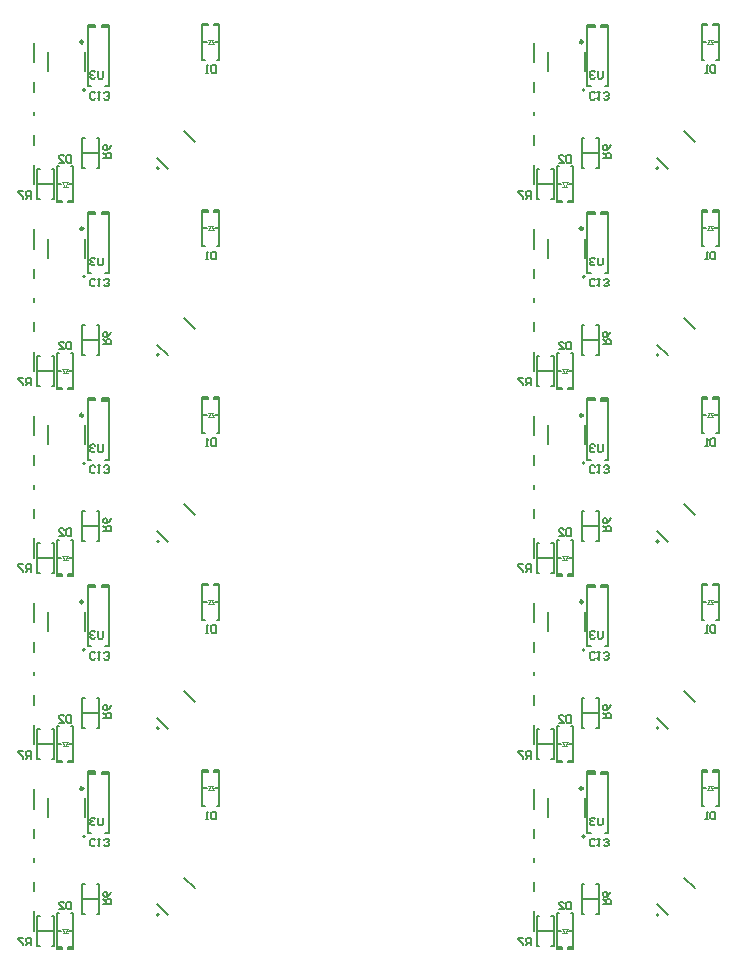
<source format=gbo>
G04*
G04 #@! TF.GenerationSoftware,Altium Limited,Altium Designer,22.10.1 (41)*
G04*
G04 Layer_Color=32896*
%FSTAX24Y24*%
%MOIN*%
G70*
G04*
G04 #@! TF.SameCoordinates,45835C21-10AE-4195-8F6B-2C948669ADBA*
G04*
G04*
G04 #@! TF.FilePolarity,Positive*
G04*
G01*
G75*
%ADD52C,0.0079*%
%ADD53C,0.0098*%
%ADD54C,0.0059*%
%ADD55C,0.0050*%
%ADD56C,0.0060*%
%ADD88C,0.0039*%
%ADD89R,0.0236X0.0059*%
%ADD90R,0.0236X0.0059*%
%ADD91R,0.0236X0.0059*%
%ADD92R,0.0236X0.0059*%
D52*
X021136Y017269D02*
G03*
X021136Y017269I-000039J0D01*
G01*
X0236Y014659D02*
G03*
X0236Y014659I-000039J0D01*
G01*
X021927Y017387D02*
Y019434D01*
X021691D02*
X021927D01*
X021809Y017387D02*
X021927D01*
X021691Y019356D02*
Y019434D01*
Y019356D02*
X021927D01*
X021229Y017394D02*
Y019441D01*
X021465D01*
X021229Y017394D02*
X021347Y017394D01*
X021465Y019362D02*
Y019441D01*
X021229Y019362D02*
X021465D01*
X03779Y017269D02*
G03*
X03779Y017269I-000039J0D01*
G01*
X040253Y014659D02*
G03*
X040253Y014659I-000039J0D01*
G01*
X038581Y017387D02*
Y019434D01*
X038345D02*
X038581D01*
X038463Y017387D02*
X038581D01*
X038345Y019356D02*
Y019434D01*
Y019356D02*
X038581D01*
X037883Y017394D02*
Y019441D01*
X038119D01*
X037883Y017394D02*
X038001Y017394D01*
X038119Y019362D02*
Y019441D01*
X037883Y019362D02*
X038119D01*
X021136Y023489D02*
G03*
X021136Y023489I-000039J0D01*
G01*
X0236Y020879D02*
G03*
X0236Y020879I-000039J0D01*
G01*
X021927Y023608D02*
Y025655D01*
X021691D02*
X021927D01*
X021809Y023608D02*
X021927D01*
X021691Y025576D02*
Y025655D01*
Y025576D02*
X021927D01*
X021229Y023614D02*
Y025661D01*
X021465D01*
X021229Y023614D02*
X021347Y023614D01*
X021465Y025583D02*
Y025661D01*
X021229Y025583D02*
X021465D01*
X03779Y023489D02*
G03*
X03779Y023489I-000039J0D01*
G01*
X040253Y020879D02*
G03*
X040253Y020879I-000039J0D01*
G01*
X038581Y023608D02*
Y025655D01*
X038345D02*
X038581D01*
X038463Y023608D02*
X038581D01*
X038345Y025576D02*
Y025655D01*
Y025576D02*
X038581D01*
X037883Y023614D02*
Y025661D01*
X038119D01*
X037883Y023614D02*
X038001Y023614D01*
X038119Y025583D02*
Y025661D01*
X037883Y025583D02*
X038119D01*
X021136Y02971D02*
G03*
X021136Y02971I-000039J0D01*
G01*
X0236Y0271D02*
G03*
X0236Y0271I-000039J0D01*
G01*
X021927Y029828D02*
Y031875D01*
X021691D02*
X021927D01*
X021809Y029828D02*
X021927D01*
X021691Y031797D02*
Y031875D01*
Y031797D02*
X021927D01*
X021229Y029835D02*
Y031882D01*
X021465D01*
X021229Y029835D02*
X021347Y029835D01*
X021465Y031803D02*
Y031882D01*
X021229Y031803D02*
X021465D01*
X03779Y02971D02*
G03*
X03779Y02971I-000039J0D01*
G01*
X040253Y0271D02*
G03*
X040253Y0271I-000039J0D01*
G01*
X038581Y029828D02*
Y031875D01*
X038345D02*
X038581D01*
X038463Y029828D02*
X038581D01*
X038345Y031797D02*
Y031875D01*
Y031797D02*
X038581D01*
X037883Y029835D02*
Y031882D01*
X038119D01*
X037883Y029835D02*
X038001Y029835D01*
X038119Y031803D02*
Y031882D01*
X037883Y031803D02*
X038119D01*
X021136Y03593D02*
G03*
X021136Y03593I-000039J0D01*
G01*
X0236Y03332D02*
G03*
X0236Y03332I-000039J0D01*
G01*
X021927Y036048D02*
Y038096D01*
X021691D02*
X021927D01*
X021809Y036048D02*
X021927D01*
X021691Y038017D02*
Y038096D01*
Y038017D02*
X021927D01*
X021229Y036055D02*
Y038102D01*
X021465D01*
X021229Y036055D02*
X021347Y036055D01*
X021465Y038024D02*
Y038102D01*
X021229Y038024D02*
X021465D01*
X03779Y03593D02*
G03*
X03779Y03593I-000039J0D01*
G01*
X040253Y03332D02*
G03*
X040253Y03332I-000039J0D01*
G01*
X038581Y036048D02*
Y038096D01*
X038345D02*
X038581D01*
X038463Y036048D02*
X038581D01*
X038345Y038017D02*
Y038096D01*
Y038017D02*
X038581D01*
X037883Y036055D02*
Y038102D01*
X038119D01*
X037883Y036055D02*
X038001Y036055D01*
X038119Y038024D02*
Y038102D01*
X037883Y038024D02*
X038119D01*
X021136Y04215D02*
G03*
X021136Y04215I-000039J0D01*
G01*
X0236Y039541D02*
G03*
X0236Y039541I-000039J0D01*
G01*
X021927Y042269D02*
Y044316D01*
X021691D02*
X021927D01*
X021809Y042269D02*
X021927D01*
X021691Y044237D02*
Y044316D01*
Y044237D02*
X021927D01*
X021229Y042276D02*
Y044323D01*
X021465D01*
X021229Y042276D02*
X021347Y042276D01*
X021465Y044244D02*
Y044323D01*
X021229Y044244D02*
X021465D01*
X03779Y04215D02*
G03*
X03779Y04215I-000039J0D01*
G01*
X040253Y039541D02*
G03*
X040253Y039541I-000039J0D01*
G01*
X038581Y042269D02*
Y044316D01*
X038345D02*
X038581D01*
X038463Y042269D02*
X038581D01*
X038345Y044237D02*
Y044316D01*
Y044237D02*
X038581D01*
X037883Y042276D02*
Y044323D01*
X038119D01*
X037883Y042276D02*
X038001Y042276D01*
X038119Y044244D02*
Y044323D01*
X037883Y044244D02*
X038119D01*
D53*
X021072Y018871D02*
G03*
X021072Y018871I-000049J0D01*
G01*
X037726D02*
G03*
X037726Y018871I-000049J0D01*
G01*
X021072Y025092D02*
G03*
X021072Y025092I-000049J0D01*
G01*
X037726D02*
G03*
X037726Y025092I-000049J0D01*
G01*
X021072Y031312D02*
G03*
X021072Y031312I-000049J0D01*
G01*
X037726D02*
G03*
X037726Y031312I-000049J0D01*
G01*
X021072Y037533D02*
G03*
X021072Y037533I-000049J0D01*
G01*
X037726D02*
G03*
X037726Y037533I-000049J0D01*
G01*
X021072Y043753D02*
G03*
X021072Y043753I-000049J0D01*
G01*
X037726D02*
G03*
X037726Y043753I-000049J0D01*
G01*
D54*
X025423Y019426D02*
Y019476D01*
X025598Y019476D01*
Y019426D02*
Y019476D01*
X025223Y019426D02*
Y019476D01*
X025047Y019476D02*
X025223Y019476D01*
X025047Y019426D02*
Y019476D01*
X025523Y018276D02*
X025598D01*
Y019467D01*
X025423Y019426D02*
X025598D01*
X025047D02*
X025223D01*
X025047Y018276D02*
Y019467D01*
Y018276D02*
X025123D01*
X025047Y018876D02*
X025185D01*
X025461D02*
X025598D01*
X021047Y015171D02*
X021598D01*
X021523Y014671D02*
X021598D01*
Y015671D01*
X021523D02*
X021598D01*
X021047D02*
X021123D01*
X021047Y014671D02*
Y015671D01*
Y014671D02*
X021123D01*
X020373Y013571D02*
X020373Y013521D01*
X020197Y013521D02*
X020373Y013521D01*
X020197Y013571D02*
X020197Y013521D01*
X020573Y013571D02*
X020573Y013521D01*
X020749Y013521D01*
X020749Y013571D02*
X020749Y013521D01*
X020197Y014721D02*
X020273Y014721D01*
X020197Y013531D02*
X020197Y014721D01*
X020197Y013571D02*
X020373Y013571D01*
X020573Y013571D02*
X020749Y013571D01*
Y013531D02*
Y014721D01*
X020673Y014721D02*
X020749Y014721D01*
X020611Y014121D02*
X020749Y014121D01*
X020197Y014121D02*
X020335D01*
X019547Y013621D02*
X019623D01*
X019547D02*
Y014621D01*
X019623D01*
X020023Y014621D02*
X020099Y014621D01*
Y013621D02*
Y014621D01*
X020023Y013621D02*
X020099Y013621D01*
X019547Y014121D02*
X020099Y014121D01*
X019448Y018198D02*
Y018848D01*
X019448Y017529D02*
X019448Y017214D01*
Y016426D02*
Y016545D01*
X019448Y015442D02*
X019448Y015757D01*
Y014123D02*
Y014773D01*
X042076Y019426D02*
Y019476D01*
X042252Y019476D01*
Y019426D02*
Y019476D01*
X041876Y019426D02*
Y019476D01*
X041701Y019476D02*
X041876Y019476D01*
X041701Y019426D02*
Y019476D01*
X042176Y018276D02*
X042252D01*
Y019467D01*
X042076Y019426D02*
X042252D01*
X041701D02*
X041876D01*
X041701Y018276D02*
Y019467D01*
Y018276D02*
X041776D01*
X041701Y018876D02*
X041839D01*
X042114D02*
X042252D01*
X037701Y015171D02*
X038252D01*
X038176Y014671D02*
X038252D01*
Y015671D01*
X038176D02*
X038252D01*
X037701D02*
X037776D01*
X037701Y014671D02*
Y015671D01*
Y014671D02*
X037776D01*
X037026Y013571D02*
X037026Y013521D01*
X036851Y013521D02*
X037026Y013521D01*
X036851Y013571D02*
X036851Y013521D01*
X037226Y013571D02*
X037226Y013521D01*
X037402Y013521D01*
X037402Y013571D02*
X037402Y013521D01*
X036851Y014721D02*
X036926Y014721D01*
X036851Y013531D02*
X036851Y014721D01*
X036851Y013571D02*
X037026Y013571D01*
X037226Y013571D02*
X037402Y013571D01*
Y013531D02*
Y014721D01*
X037326Y014721D02*
X037402Y014721D01*
X037264Y014121D02*
X037402Y014121D01*
X036851Y014121D02*
X036989D01*
X036201Y013621D02*
X036276D01*
X036201D02*
Y014621D01*
X036276D01*
X036676Y014621D02*
X036752Y014621D01*
Y013621D02*
Y014621D01*
X036676Y013621D02*
X036752Y013621D01*
X036201Y014121D02*
X036752Y014121D01*
X036101Y018198D02*
Y018848D01*
X036101Y017529D02*
X036101Y017214D01*
Y016426D02*
Y016545D01*
X036101Y015442D02*
X036101Y015757D01*
Y014123D02*
Y014773D01*
X025423Y025647D02*
Y025697D01*
X025598Y025697D01*
Y025647D02*
Y025697D01*
X025223Y025647D02*
Y025697D01*
X025047Y025697D02*
X025223Y025697D01*
X025047Y025647D02*
Y025697D01*
X025523Y024497D02*
X025598D01*
Y025687D01*
X025423Y025647D02*
X025598D01*
X025047D02*
X025223D01*
X025047Y024497D02*
Y025687D01*
Y024497D02*
X025123D01*
X025047Y025097D02*
X025185D01*
X025461D02*
X025598D01*
X021047Y021392D02*
X021598D01*
X021523Y020892D02*
X021598D01*
Y021892D01*
X021523D02*
X021598D01*
X021047D02*
X021123D01*
X021047Y020892D02*
Y021892D01*
Y020892D02*
X021123D01*
X020373Y019792D02*
X020373Y019742D01*
X020197Y019742D02*
X020373Y019742D01*
X020197Y019792D02*
X020197Y019742D01*
X020573Y019792D02*
X020573Y019742D01*
X020749Y019742D01*
X020749Y019792D02*
X020749Y019742D01*
X020197Y020942D02*
X020273Y020942D01*
X020197Y019751D02*
X020197Y020942D01*
X020197Y019792D02*
X020373Y019792D01*
X020573Y019792D02*
X020749Y019792D01*
Y019751D02*
Y020942D01*
X020673Y020942D02*
X020749Y020942D01*
X020611Y020342D02*
X020749Y020342D01*
X020197Y020342D02*
X020335D01*
X019547Y019842D02*
X019623D01*
X019547D02*
Y020842D01*
X019623D01*
X020023Y020842D02*
X020099Y020842D01*
Y019842D02*
Y020842D01*
X020023Y019842D02*
X020099Y019842D01*
X019547Y020342D02*
X020099Y020342D01*
X019448Y024419D02*
Y025068D01*
X019448Y023749D02*
X019448Y023434D01*
Y022647D02*
Y022765D01*
X019448Y021663D02*
X019448Y021978D01*
Y020344D02*
Y020993D01*
X042076Y025647D02*
Y025697D01*
X042252Y025697D01*
Y025647D02*
Y025697D01*
X041876Y025647D02*
Y025697D01*
X041701Y025697D02*
X041876Y025697D01*
X041701Y025647D02*
Y025697D01*
X042176Y024497D02*
X042252D01*
Y025687D01*
X042076Y025647D02*
X042252D01*
X041701D02*
X041876D01*
X041701Y024497D02*
Y025687D01*
Y024497D02*
X041776D01*
X041701Y025097D02*
X041839D01*
X042114D02*
X042252D01*
X037701Y021392D02*
X038252D01*
X038176Y020892D02*
X038252D01*
Y021892D01*
X038176D02*
X038252D01*
X037701D02*
X037776D01*
X037701Y020892D02*
Y021892D01*
Y020892D02*
X037776D01*
X037026Y019792D02*
X037026Y019742D01*
X036851Y019742D02*
X037026Y019742D01*
X036851Y019792D02*
X036851Y019742D01*
X037226Y019792D02*
X037226Y019742D01*
X037402Y019742D01*
X037402Y019792D02*
X037402Y019742D01*
X036851Y020942D02*
X036926Y020942D01*
X036851Y019751D02*
X036851Y020942D01*
X036851Y019792D02*
X037026Y019792D01*
X037226Y019792D02*
X037402Y019792D01*
Y019751D02*
Y020942D01*
X037326Y020942D02*
X037402Y020942D01*
X037264Y020342D02*
X037402Y020342D01*
X036851Y020342D02*
X036989D01*
X036201Y019842D02*
X036276D01*
X036201D02*
Y020842D01*
X036276D01*
X036676Y020842D02*
X036752Y020842D01*
Y019842D02*
Y020842D01*
X036676Y019842D02*
X036752Y019842D01*
X036201Y020342D02*
X036752Y020342D01*
X036101Y024419D02*
Y025068D01*
X036101Y023749D02*
X036101Y023434D01*
Y022647D02*
Y022765D01*
X036101Y021663D02*
X036101Y021978D01*
Y020344D02*
Y020993D01*
X025423Y031867D02*
Y031917D01*
X025598Y031917D01*
Y031867D02*
Y031917D01*
X025223Y031867D02*
Y031917D01*
X025047Y031917D02*
X025223Y031917D01*
X025047Y031867D02*
Y031917D01*
X025523Y030717D02*
X025598D01*
Y031908D01*
X025423Y031867D02*
X025598D01*
X025047D02*
X025223D01*
X025047Y030717D02*
Y031908D01*
Y030717D02*
X025123D01*
X025047Y031317D02*
X025185D01*
X025461D02*
X025598D01*
X021047Y027612D02*
X021598D01*
X021523Y027112D02*
X021598D01*
Y028112D01*
X021523D02*
X021598D01*
X021047D02*
X021123D01*
X021047Y027112D02*
Y028112D01*
Y027112D02*
X021123D01*
X020373Y026012D02*
X020373Y025962D01*
X020197Y025962D02*
X020373Y025962D01*
X020197Y026012D02*
X020197Y025962D01*
X020573Y026012D02*
X020573Y025962D01*
X020749Y025962D01*
X020749Y026012D02*
X020749Y025962D01*
X020197Y027162D02*
X020273Y027162D01*
X020197Y025972D02*
X020197Y027162D01*
X020197Y026012D02*
X020373Y026012D01*
X020573Y026012D02*
X020749Y026012D01*
Y025972D02*
Y027162D01*
X020673Y027162D02*
X020749Y027162D01*
X020611Y026562D02*
X020749Y026562D01*
X020197Y026562D02*
X020335D01*
X019547Y026062D02*
X019623D01*
X019547D02*
Y027062D01*
X019623D01*
X020023Y027062D02*
X020099Y027062D01*
Y026062D02*
Y027062D01*
X020023Y026062D02*
X020099Y026062D01*
X019547Y026562D02*
X020099Y026562D01*
X019448Y030639D02*
Y031289D01*
X019448Y02997D02*
X019448Y029655D01*
Y028867D02*
Y028985D01*
X019448Y027883D02*
X019448Y028198D01*
Y026564D02*
Y027214D01*
X042076Y031867D02*
Y031917D01*
X042252Y031917D01*
Y031867D02*
Y031917D01*
X041876Y031867D02*
Y031917D01*
X041701Y031917D02*
X041876Y031917D01*
X041701Y031867D02*
Y031917D01*
X042176Y030717D02*
X042252D01*
Y031908D01*
X042076Y031867D02*
X042252D01*
X041701D02*
X041876D01*
X041701Y030717D02*
Y031908D01*
Y030717D02*
X041776D01*
X041701Y031317D02*
X041839D01*
X042114D02*
X042252D01*
X037701Y027612D02*
X038252D01*
X038176Y027112D02*
X038252D01*
Y028112D01*
X038176D02*
X038252D01*
X037701D02*
X037776D01*
X037701Y027112D02*
Y028112D01*
Y027112D02*
X037776D01*
X037026Y026012D02*
X037026Y025962D01*
X036851Y025962D02*
X037026Y025962D01*
X036851Y026012D02*
X036851Y025962D01*
X037226Y026012D02*
X037226Y025962D01*
X037402Y025962D01*
X037402Y026012D02*
X037402Y025962D01*
X036851Y027162D02*
X036926Y027162D01*
X036851Y025972D02*
X036851Y027162D01*
X036851Y026012D02*
X037026Y026012D01*
X037226Y026012D02*
X037402Y026012D01*
Y025972D02*
Y027162D01*
X037326Y027162D02*
X037402Y027162D01*
X037264Y026562D02*
X037402Y026562D01*
X036851Y026562D02*
X036989D01*
X036201Y026062D02*
X036276D01*
X036201D02*
Y027062D01*
X036276D01*
X036676Y027062D02*
X036752Y027062D01*
Y026062D02*
Y027062D01*
X036676Y026062D02*
X036752Y026062D01*
X036201Y026562D02*
X036752Y026562D01*
X036101Y030639D02*
Y031289D01*
X036101Y02997D02*
X036101Y029655D01*
Y028867D02*
Y028985D01*
X036101Y027883D02*
X036101Y028198D01*
Y026564D02*
Y027214D01*
X025423Y038087D02*
Y038137D01*
X025598Y038137D01*
Y038087D02*
Y038137D01*
X025223Y038087D02*
Y038137D01*
X025047Y038137D02*
X025223Y038137D01*
X025047Y038087D02*
Y038137D01*
X025523Y036937D02*
X025598D01*
Y038128D01*
X025423Y038087D02*
X025598D01*
X025047D02*
X025223D01*
X025047Y036937D02*
Y038128D01*
Y036937D02*
X025123D01*
X025047Y037537D02*
X025185D01*
X025461D02*
X025598D01*
X021047Y033833D02*
X021598D01*
X021523Y033333D02*
X021598D01*
Y034333D01*
X021523D02*
X021598D01*
X021047D02*
X021123D01*
X021047Y033333D02*
Y034333D01*
Y033333D02*
X021123D01*
X020373Y032233D02*
X020373Y032183D01*
X020197Y032183D02*
X020373Y032183D01*
X020197Y032233D02*
X020197Y032183D01*
X020573Y032233D02*
X020573Y032183D01*
X020749Y032183D01*
X020749Y032233D02*
X020749Y032183D01*
X020197Y033383D02*
X020273Y033383D01*
X020197Y032192D02*
X020197Y033383D01*
X020197Y032233D02*
X020373Y032233D01*
X020573Y032233D02*
X020749Y032233D01*
Y032192D02*
Y033383D01*
X020673Y033383D02*
X020749Y033383D01*
X020611Y032783D02*
X020749Y032783D01*
X020197Y032783D02*
X020335D01*
X019547Y032283D02*
X019623D01*
X019547D02*
Y033283D01*
X019623D01*
X020023Y033283D02*
X020099Y033283D01*
Y032283D02*
Y033283D01*
X020023Y032283D02*
X020099Y032283D01*
X019547Y032783D02*
X020099Y032783D01*
X019448Y03686D02*
Y037509D01*
X019448Y03619D02*
X019448Y035875D01*
Y035088D02*
Y035206D01*
X019448Y034104D02*
X019448Y034419D01*
Y032785D02*
Y033434D01*
X042076Y038087D02*
Y038137D01*
X042252Y038137D01*
Y038087D02*
Y038137D01*
X041876Y038087D02*
Y038137D01*
X041701Y038137D02*
X041876Y038137D01*
X041701Y038087D02*
Y038137D01*
X042176Y036937D02*
X042252D01*
Y038128D01*
X042076Y038087D02*
X042252D01*
X041701D02*
X041876D01*
X041701Y036937D02*
Y038128D01*
Y036937D02*
X041776D01*
X041701Y037537D02*
X041839D01*
X042114D02*
X042252D01*
X037701Y033833D02*
X038252D01*
X038176Y033333D02*
X038252D01*
Y034333D01*
X038176D02*
X038252D01*
X037701D02*
X037776D01*
X037701Y033333D02*
Y034333D01*
Y033333D02*
X037776D01*
X037026Y032233D02*
X037026Y032183D01*
X036851Y032183D02*
X037026Y032183D01*
X036851Y032233D02*
X036851Y032183D01*
X037226Y032233D02*
X037226Y032183D01*
X037402Y032183D01*
X037402Y032233D02*
X037402Y032183D01*
X036851Y033383D02*
X036926Y033383D01*
X036851Y032192D02*
X036851Y033383D01*
X036851Y032233D02*
X037026Y032233D01*
X037226Y032233D02*
X037402Y032233D01*
Y032192D02*
Y033383D01*
X037326Y033383D02*
X037402Y033383D01*
X037264Y032783D02*
X037402Y032783D01*
X036851Y032783D02*
X036989D01*
X036201Y032283D02*
X036276D01*
X036201D02*
Y033283D01*
X036276D01*
X036676Y033283D02*
X036752Y033283D01*
Y032283D02*
Y033283D01*
X036676Y032283D02*
X036752Y032283D01*
X036201Y032783D02*
X036752Y032783D01*
X036101Y03686D02*
Y037509D01*
X036101Y03619D02*
X036101Y035875D01*
Y035088D02*
Y035206D01*
X036101Y034104D02*
X036101Y034419D01*
Y032785D02*
Y033434D01*
X025423Y044308D02*
Y044358D01*
X025598Y044358D01*
Y044308D02*
Y044358D01*
X025223Y044308D02*
Y044358D01*
X025047Y044358D02*
X025223Y044358D01*
X025047Y044308D02*
Y044358D01*
X025523Y043158D02*
X025598D01*
Y044348D01*
X025423Y044308D02*
X025598D01*
X025047D02*
X025223D01*
X025047Y043158D02*
Y044348D01*
Y043158D02*
X025123D01*
X025047Y043758D02*
X025185D01*
X025461D02*
X025598D01*
X021047Y040053D02*
X021598D01*
X021523Y039553D02*
X021598D01*
Y040553D01*
X021523D02*
X021598D01*
X021047D02*
X021123D01*
X021047Y039553D02*
Y040553D01*
Y039553D02*
X021123D01*
X020373Y038453D02*
X020373Y038403D01*
X020197Y038403D02*
X020373Y038403D01*
X020197Y038453D02*
X020197Y038403D01*
X020573Y038453D02*
X020573Y038403D01*
X020749Y038403D01*
X020749Y038453D02*
X020749Y038403D01*
X020197Y039603D02*
X020273Y039603D01*
X020197Y038413D02*
X020197Y039603D01*
X020197Y038453D02*
X020373Y038453D01*
X020573Y038453D02*
X020749Y038453D01*
Y038413D02*
Y039603D01*
X020673Y039603D02*
X020749Y039603D01*
X020611Y039003D02*
X020749Y039003D01*
X020197Y039003D02*
X020335D01*
X019547Y038503D02*
X019623D01*
X019547D02*
Y039503D01*
X019623D01*
X020023Y039503D02*
X020099Y039503D01*
Y038503D02*
Y039503D01*
X020023Y038503D02*
X020099Y038503D01*
X019547Y039003D02*
X020099Y039003D01*
X019448Y04308D02*
Y04373D01*
X019448Y042411D02*
X019448Y042096D01*
Y041308D02*
Y041426D01*
X019448Y040324D02*
X019448Y040639D01*
Y039005D02*
Y039655D01*
X042076Y044308D02*
Y044358D01*
X042252Y044358D01*
Y044308D02*
Y044358D01*
X041876Y044308D02*
Y044358D01*
X041701Y044358D02*
X041876Y044358D01*
X041701Y044308D02*
Y044358D01*
X042176Y043158D02*
X042252D01*
Y044348D01*
X042076Y044308D02*
X042252D01*
X041701D02*
X041876D01*
X041701Y043158D02*
Y044348D01*
Y043158D02*
X041776D01*
X041701Y043758D02*
X041839D01*
X042114D02*
X042252D01*
X037701Y040053D02*
X038252D01*
X038176Y039553D02*
X038252D01*
Y040553D01*
X038176D02*
X038252D01*
X037701D02*
X037776D01*
X037701Y039553D02*
Y040553D01*
Y039553D02*
X037776D01*
X037026Y038453D02*
X037026Y038403D01*
X036851Y038403D02*
X037026Y038403D01*
X036851Y038453D02*
X036851Y038403D01*
X037226Y038453D02*
X037226Y038403D01*
X037402Y038403D01*
X037402Y038453D02*
X037402Y038403D01*
X036851Y039603D02*
X036926Y039603D01*
X036851Y038413D02*
X036851Y039603D01*
X036851Y038453D02*
X037026Y038453D01*
X037226Y038453D02*
X037402Y038453D01*
Y038413D02*
Y039603D01*
X037326Y039603D02*
X037402Y039603D01*
X037264Y039003D02*
X037402Y039003D01*
X036851Y039003D02*
X036989D01*
X036201Y038503D02*
X036276D01*
X036201D02*
Y039503D01*
X036276D01*
X036676Y039503D02*
X036752Y039503D01*
Y038503D02*
Y039503D01*
X036676Y038503D02*
X036752Y038503D01*
X036201Y039003D02*
X036752Y039003D01*
X036101Y04308D02*
Y04373D01*
X036101Y042411D02*
X036101Y042096D01*
Y041308D02*
Y041426D01*
X036101Y040324D02*
X036101Y040639D01*
Y039005D02*
Y039655D01*
D55*
X021138Y017906D02*
Y018536D01*
X019907Y017906D02*
Y018536D01*
X023547Y015007D02*
X023908Y014645D01*
X024437Y015898D02*
X024799Y015536D01*
X037792Y017906D02*
Y018536D01*
X036561Y017906D02*
Y018536D01*
X0402Y015007D02*
X040562Y014645D01*
X041091Y015898D02*
X041453Y015536D01*
X021138Y024127D02*
Y024757D01*
X019907Y024127D02*
Y024757D01*
X023547Y021227D02*
X023908Y020865D01*
X024437Y022118D02*
X024799Y021756D01*
X037792Y024127D02*
Y024757D01*
X036561Y024127D02*
Y024757D01*
X0402Y021227D02*
X040562Y020865D01*
X041091Y022118D02*
X041453Y021756D01*
X021138Y030347D02*
Y030977D01*
X019907Y030347D02*
Y030977D01*
X023547Y027448D02*
X023908Y027086D01*
X024437Y028339D02*
X024799Y027977D01*
X037792Y030347D02*
Y030977D01*
X036561Y030347D02*
Y030977D01*
X0402Y027448D02*
X040562Y027086D01*
X041091Y028339D02*
X041453Y027977D01*
X021138Y036568D02*
Y037198D01*
X019907Y036568D02*
Y037198D01*
X023547Y033668D02*
X023908Y033306D01*
X024437Y034559D02*
X024799Y034197D01*
X037792Y036568D02*
Y037198D01*
X036561Y036568D02*
Y037198D01*
X0402Y033668D02*
X040562Y033306D01*
X041091Y034559D02*
X041453Y034197D01*
X021138Y042788D02*
Y043418D01*
X019907Y042788D02*
Y043418D01*
X023547Y039889D02*
X023908Y039527D01*
X024437Y04078D02*
X024799Y040418D01*
X037792Y042788D02*
Y043418D01*
X036561Y042788D02*
Y043418D01*
X0402Y039889D02*
X040562Y039527D01*
X041091Y04078D02*
X041453Y040418D01*
D56*
X021731Y017896D02*
Y017688D01*
X02169Y017646D01*
X021606D01*
X021565Y017688D01*
Y017896D01*
X021481Y017855D02*
X02144Y017896D01*
X021356D01*
X021315Y017855D01*
Y017813D01*
X021356Y017771D01*
X021398D01*
X021356D01*
X021315Y01773D01*
Y017688D01*
X021356Y017646D01*
X02144D01*
X021481Y017688D01*
X019331Y013646D02*
Y013896D01*
X019206D01*
X019165Y013855D01*
Y013771D01*
X019206Y01373D01*
X019331D01*
X019248D02*
X019165Y013646D01*
X019081Y013896D02*
X018915D01*
Y013855D01*
X019081Y013688D01*
Y013646D01*
X020681Y015096D02*
Y014846D01*
X020556D01*
X020515Y014888D01*
Y015055D01*
X020556Y015096D01*
X020681D01*
X020265Y014846D02*
X020431D01*
X020265Y015013D01*
Y015055D01*
X020306Y015096D01*
X02039D01*
X020431Y015055D01*
X021748Y015013D02*
X021998D01*
Y015138D01*
X021956Y01518D01*
X021873D01*
X021831Y015138D01*
Y015013D01*
Y015096D02*
X021748Y01518D01*
X021998Y01543D02*
X021956Y015346D01*
X021873Y015263D01*
X02179D01*
X021748Y015305D01*
Y015388D01*
X02179Y01543D01*
X021831D01*
X021873Y015388D01*
Y015263D01*
X02549Y018096D02*
Y017846D01*
X025365D01*
X025323Y017888D01*
Y018055D01*
X025365Y018096D01*
X02549D01*
X02524Y017846D02*
X025156D01*
X025198D01*
Y018096D01*
X02524Y018055D01*
X021477Y016988D02*
X021435Y016946D01*
X021352D01*
X021311Y016988D01*
Y017155D01*
X021352Y017196D01*
X021435D01*
X021477Y017155D01*
X02156Y017196D02*
X021644D01*
X021602D01*
Y016946D01*
X02156Y016988D01*
X021769D02*
X02181Y016946D01*
X021894D01*
X021935Y016988D01*
Y01703D01*
X021894Y017071D01*
X021852D01*
X021894D01*
X021935Y017113D01*
Y017155D01*
X021894Y017196D01*
X02181D01*
X021769Y017155D01*
X038385Y017896D02*
Y017688D01*
X038343Y017646D01*
X03826D01*
X038218Y017688D01*
Y017896D01*
X038135Y017855D02*
X038093Y017896D01*
X03801D01*
X037968Y017855D01*
Y017813D01*
X03801Y017771D01*
X038051D01*
X03801D01*
X037968Y01773D01*
Y017688D01*
X03801Y017646D01*
X038093D01*
X038135Y017688D01*
X035985Y013646D02*
Y013896D01*
X03586D01*
X035818Y013855D01*
Y013771D01*
X03586Y01373D01*
X035985D01*
X035901D02*
X035818Y013646D01*
X035735Y013896D02*
X035568D01*
Y013855D01*
X035735Y013688D01*
Y013646D01*
X037335Y015096D02*
Y014846D01*
X03721D01*
X037168Y014888D01*
Y015055D01*
X03721Y015096D01*
X037335D01*
X036918Y014846D02*
X037085D01*
X036918Y015013D01*
Y015055D01*
X03696Y015096D01*
X037043D01*
X037085Y015055D01*
X038401Y015013D02*
X038651D01*
Y015138D01*
X03861Y01518D01*
X038526D01*
X038485Y015138D01*
Y015013D01*
Y015096D02*
X038401Y01518D01*
X038651Y01543D02*
X03861Y015346D01*
X038526Y015263D01*
X038443D01*
X038401Y015305D01*
Y015388D01*
X038443Y01543D01*
X038485D01*
X038526Y015388D01*
Y015263D01*
X042143Y018096D02*
Y017846D01*
X042018D01*
X041976Y017888D01*
Y018055D01*
X042018Y018096D01*
X042143D01*
X041893Y017846D02*
X04181D01*
X041851D01*
Y018096D01*
X041893Y018055D01*
X038131Y016988D02*
X038089Y016946D01*
X038006D01*
X037964Y016988D01*
Y017155D01*
X038006Y017196D01*
X038089D01*
X038131Y017155D01*
X038214Y017196D02*
X038297D01*
X038256D01*
Y016946D01*
X038214Y016988D01*
X038422D02*
X038464Y016946D01*
X038547D01*
X038589Y016988D01*
Y01703D01*
X038547Y017071D01*
X038506D01*
X038547D01*
X038589Y017113D01*
Y017155D01*
X038547Y017196D01*
X038464D01*
X038422Y017155D01*
X021731Y024117D02*
Y023908D01*
X02169Y023867D01*
X021606D01*
X021565Y023908D01*
Y024117D01*
X021481Y024075D02*
X02144Y024117D01*
X021356D01*
X021315Y024075D01*
Y024033D01*
X021356Y023992D01*
X021398D01*
X021356D01*
X021315Y02395D01*
Y023908D01*
X021356Y023867D01*
X02144D01*
X021481Y023908D01*
X019331Y019867D02*
Y020117D01*
X019206D01*
X019165Y020075D01*
Y019992D01*
X019206Y01995D01*
X019331D01*
X019248D02*
X019165Y019867D01*
X019081Y020117D02*
X018915D01*
Y020075D01*
X019081Y019908D01*
Y019867D01*
X020681Y021317D02*
Y021067D01*
X020556D01*
X020515Y021108D01*
Y021275D01*
X020556Y021317D01*
X020681D01*
X020265Y021067D02*
X020431D01*
X020265Y021233D01*
Y021275D01*
X020306Y021317D01*
X02039D01*
X020431Y021275D01*
X021748Y021234D02*
X021998D01*
Y021358D01*
X021956Y0214D01*
X021873D01*
X021831Y021358D01*
Y021234D01*
Y021317D02*
X021748Y0214D01*
X021998Y02165D02*
X021956Y021567D01*
X021873Y021483D01*
X02179D01*
X021748Y021525D01*
Y021608D01*
X02179Y02165D01*
X021831D01*
X021873Y021608D01*
Y021483D01*
X02549Y024317D02*
Y024067D01*
X025365D01*
X025323Y024108D01*
Y024275D01*
X025365Y024317D01*
X02549D01*
X02524Y024067D02*
X025156D01*
X025198D01*
Y024317D01*
X02524Y024275D01*
X021477Y023208D02*
X021435Y023167D01*
X021352D01*
X021311Y023208D01*
Y023375D01*
X021352Y023417D01*
X021435D01*
X021477Y023375D01*
X02156Y023417D02*
X021644D01*
X021602D01*
Y023167D01*
X02156Y023208D01*
X021769D02*
X02181Y023167D01*
X021894D01*
X021935Y023208D01*
Y02325D01*
X021894Y023292D01*
X021852D01*
X021894D01*
X021935Y023333D01*
Y023375D01*
X021894Y023417D01*
X02181D01*
X021769Y023375D01*
X038385Y024117D02*
Y023908D01*
X038343Y023867D01*
X03826D01*
X038218Y023908D01*
Y024117D01*
X038135Y024075D02*
X038093Y024117D01*
X03801D01*
X037968Y024075D01*
Y024033D01*
X03801Y023992D01*
X038051D01*
X03801D01*
X037968Y02395D01*
Y023908D01*
X03801Y023867D01*
X038093D01*
X038135Y023908D01*
X035985Y019867D02*
Y020117D01*
X03586D01*
X035818Y020075D01*
Y019992D01*
X03586Y01995D01*
X035985D01*
X035901D02*
X035818Y019867D01*
X035735Y020117D02*
X035568D01*
Y020075D01*
X035735Y019908D01*
Y019867D01*
X037335Y021317D02*
Y021067D01*
X03721D01*
X037168Y021108D01*
Y021275D01*
X03721Y021317D01*
X037335D01*
X036918Y021067D02*
X037085D01*
X036918Y021233D01*
Y021275D01*
X03696Y021317D01*
X037043D01*
X037085Y021275D01*
X038401Y021234D02*
X038651D01*
Y021358D01*
X03861Y0214D01*
X038526D01*
X038485Y021358D01*
Y021234D01*
Y021317D02*
X038401Y0214D01*
X038651Y02165D02*
X03861Y021567D01*
X038526Y021483D01*
X038443D01*
X038401Y021525D01*
Y021608D01*
X038443Y02165D01*
X038485D01*
X038526Y021608D01*
Y021483D01*
X042143Y024317D02*
Y024067D01*
X042018D01*
X041976Y024108D01*
Y024275D01*
X042018Y024317D01*
X042143D01*
X041893Y024067D02*
X04181D01*
X041851D01*
Y024317D01*
X041893Y024275D01*
X038131Y023208D02*
X038089Y023167D01*
X038006D01*
X037964Y023208D01*
Y023375D01*
X038006Y023417D01*
X038089D01*
X038131Y023375D01*
X038214Y023417D02*
X038297D01*
X038256D01*
Y023167D01*
X038214Y023208D01*
X038422D02*
X038464Y023167D01*
X038547D01*
X038589Y023208D01*
Y02325D01*
X038547Y023292D01*
X038506D01*
X038547D01*
X038589Y023333D01*
Y023375D01*
X038547Y023417D01*
X038464D01*
X038422Y023375D01*
X021731Y030337D02*
Y030129D01*
X02169Y030087D01*
X021606D01*
X021565Y030129D01*
Y030337D01*
X021481Y030296D02*
X02144Y030337D01*
X021356D01*
X021315Y030296D01*
Y030254D01*
X021356Y030212D01*
X021398D01*
X021356D01*
X021315Y030171D01*
Y030129D01*
X021356Y030087D01*
X02144D01*
X021481Y030129D01*
X019331Y026087D02*
Y026337D01*
X019206D01*
X019165Y026296D01*
Y026212D01*
X019206Y026171D01*
X019331D01*
X019248D02*
X019165Y026087D01*
X019081Y026337D02*
X018915D01*
Y026296D01*
X019081Y026129D01*
Y026087D01*
X020681Y027537D02*
Y027287D01*
X020556D01*
X020515Y027329D01*
Y027496D01*
X020556Y027537D01*
X020681D01*
X020265Y027287D02*
X020431D01*
X020265Y027454D01*
Y027496D01*
X020306Y027537D01*
X02039D01*
X020431Y027496D01*
X021748Y027454D02*
X021998D01*
Y027579D01*
X021956Y027621D01*
X021873D01*
X021831Y027579D01*
Y027454D01*
Y027537D02*
X021748Y027621D01*
X021998Y027871D02*
X021956Y027787D01*
X021873Y027704D01*
X02179D01*
X021748Y027746D01*
Y027829D01*
X02179Y027871D01*
X021831D01*
X021873Y027829D01*
Y027704D01*
X02549Y030537D02*
Y030287D01*
X025365D01*
X025323Y030329D01*
Y030496D01*
X025365Y030537D01*
X02549D01*
X02524Y030287D02*
X025156D01*
X025198D01*
Y030537D01*
X02524Y030496D01*
X021477Y029429D02*
X021435Y029387D01*
X021352D01*
X021311Y029429D01*
Y029596D01*
X021352Y029637D01*
X021435D01*
X021477Y029596D01*
X02156Y029637D02*
X021644D01*
X021602D01*
Y029387D01*
X02156Y029429D01*
X021769D02*
X02181Y029387D01*
X021894D01*
X021935Y029429D01*
Y029471D01*
X021894Y029512D01*
X021852D01*
X021894D01*
X021935Y029554D01*
Y029596D01*
X021894Y029637D01*
X02181D01*
X021769Y029596D01*
X038385Y030337D02*
Y030129D01*
X038343Y030087D01*
X03826D01*
X038218Y030129D01*
Y030337D01*
X038135Y030296D02*
X038093Y030337D01*
X03801D01*
X037968Y030296D01*
Y030254D01*
X03801Y030212D01*
X038051D01*
X03801D01*
X037968Y030171D01*
Y030129D01*
X03801Y030087D01*
X038093D01*
X038135Y030129D01*
X035985Y026087D02*
Y026337D01*
X03586D01*
X035818Y026296D01*
Y026212D01*
X03586Y026171D01*
X035985D01*
X035901D02*
X035818Y026087D01*
X035735Y026337D02*
X035568D01*
Y026296D01*
X035735Y026129D01*
Y026087D01*
X037335Y027537D02*
Y027287D01*
X03721D01*
X037168Y027329D01*
Y027496D01*
X03721Y027537D01*
X037335D01*
X036918Y027287D02*
X037085D01*
X036918Y027454D01*
Y027496D01*
X03696Y027537D01*
X037043D01*
X037085Y027496D01*
X038401Y027454D02*
X038651D01*
Y027579D01*
X03861Y027621D01*
X038526D01*
X038485Y027579D01*
Y027454D01*
Y027537D02*
X038401Y027621D01*
X038651Y027871D02*
X03861Y027787D01*
X038526Y027704D01*
X038443D01*
X038401Y027746D01*
Y027829D01*
X038443Y027871D01*
X038485D01*
X038526Y027829D01*
Y027704D01*
X042143Y030537D02*
Y030287D01*
X042018D01*
X041976Y030329D01*
Y030496D01*
X042018Y030537D01*
X042143D01*
X041893Y030287D02*
X04181D01*
X041851D01*
Y030537D01*
X041893Y030496D01*
X038131Y029429D02*
X038089Y029387D01*
X038006D01*
X037964Y029429D01*
Y029596D01*
X038006Y029637D01*
X038089D01*
X038131Y029596D01*
X038214Y029637D02*
X038297D01*
X038256D01*
Y029387D01*
X038214Y029429D01*
X038422D02*
X038464Y029387D01*
X038547D01*
X038589Y029429D01*
Y029471D01*
X038547Y029512D01*
X038506D01*
X038547D01*
X038589Y029554D01*
Y029596D01*
X038547Y029637D01*
X038464D01*
X038422Y029596D01*
X021731Y036558D02*
Y036349D01*
X02169Y036308D01*
X021606D01*
X021565Y036349D01*
Y036558D01*
X021481Y036516D02*
X02144Y036558D01*
X021356D01*
X021315Y036516D01*
Y036474D01*
X021356Y036433D01*
X021398D01*
X021356D01*
X021315Y036391D01*
Y036349D01*
X021356Y036308D01*
X02144D01*
X021481Y036349D01*
X019331Y032308D02*
Y032558D01*
X019206D01*
X019165Y032516D01*
Y032433D01*
X019206Y032391D01*
X019331D01*
X019248D02*
X019165Y032308D01*
X019081Y032558D02*
X018915D01*
Y032516D01*
X019081Y032349D01*
Y032308D01*
X020681Y033758D02*
Y033508D01*
X020556D01*
X020515Y033549D01*
Y033716D01*
X020556Y033758D01*
X020681D01*
X020265Y033508D02*
X020431D01*
X020265Y033674D01*
Y033716D01*
X020306Y033758D01*
X02039D01*
X020431Y033716D01*
X021748Y033674D02*
X021998D01*
Y033799D01*
X021956Y033841D01*
X021873D01*
X021831Y033799D01*
Y033674D01*
Y033758D02*
X021748Y033841D01*
X021998Y034091D02*
X021956Y034008D01*
X021873Y033924D01*
X02179D01*
X021748Y033966D01*
Y034049D01*
X02179Y034091D01*
X021831D01*
X021873Y034049D01*
Y033924D01*
X02549Y036758D02*
Y036508D01*
X025365D01*
X025323Y036549D01*
Y036716D01*
X025365Y036758D01*
X02549D01*
X02524Y036508D02*
X025156D01*
X025198D01*
Y036758D01*
X02524Y036716D01*
X021477Y035649D02*
X021435Y035608D01*
X021352D01*
X021311Y035649D01*
Y035816D01*
X021352Y035858D01*
X021435D01*
X021477Y035816D01*
X02156Y035858D02*
X021644D01*
X021602D01*
Y035608D01*
X02156Y035649D01*
X021769D02*
X02181Y035608D01*
X021894D01*
X021935Y035649D01*
Y035691D01*
X021894Y035733D01*
X021852D01*
X021894D01*
X021935Y035774D01*
Y035816D01*
X021894Y035858D01*
X02181D01*
X021769Y035816D01*
X038385Y036558D02*
Y036349D01*
X038343Y036308D01*
X03826D01*
X038218Y036349D01*
Y036558D01*
X038135Y036516D02*
X038093Y036558D01*
X03801D01*
X037968Y036516D01*
Y036474D01*
X03801Y036433D01*
X038051D01*
X03801D01*
X037968Y036391D01*
Y036349D01*
X03801Y036308D01*
X038093D01*
X038135Y036349D01*
X035985Y032308D02*
Y032558D01*
X03586D01*
X035818Y032516D01*
Y032433D01*
X03586Y032391D01*
X035985D01*
X035901D02*
X035818Y032308D01*
X035735Y032558D02*
X035568D01*
Y032516D01*
X035735Y032349D01*
Y032308D01*
X037335Y033758D02*
Y033508D01*
X03721D01*
X037168Y033549D01*
Y033716D01*
X03721Y033758D01*
X037335D01*
X036918Y033508D02*
X037085D01*
X036918Y033674D01*
Y033716D01*
X03696Y033758D01*
X037043D01*
X037085Y033716D01*
X038401Y033674D02*
X038651D01*
Y033799D01*
X03861Y033841D01*
X038526D01*
X038485Y033799D01*
Y033674D01*
Y033758D02*
X038401Y033841D01*
X038651Y034091D02*
X03861Y034008D01*
X038526Y033924D01*
X038443D01*
X038401Y033966D01*
Y034049D01*
X038443Y034091D01*
X038485D01*
X038526Y034049D01*
Y033924D01*
X042143Y036758D02*
Y036508D01*
X042018D01*
X041976Y036549D01*
Y036716D01*
X042018Y036758D01*
X042143D01*
X041893Y036508D02*
X04181D01*
X041851D01*
Y036758D01*
X041893Y036716D01*
X038131Y035649D02*
X038089Y035608D01*
X038006D01*
X037964Y035649D01*
Y035816D01*
X038006Y035858D01*
X038089D01*
X038131Y035816D01*
X038214Y035858D02*
X038297D01*
X038256D01*
Y035608D01*
X038214Y035649D01*
X038422D02*
X038464Y035608D01*
X038547D01*
X038589Y035649D01*
Y035691D01*
X038547Y035733D01*
X038506D01*
X038547D01*
X038589Y035774D01*
Y035816D01*
X038547Y035858D01*
X038464D01*
X038422Y035816D01*
X021731Y042778D02*
Y04257D01*
X02169Y042528D01*
X021606D01*
X021565Y04257D01*
Y042778D01*
X021481Y042737D02*
X02144Y042778D01*
X021356D01*
X021315Y042737D01*
Y042695D01*
X021356Y042653D01*
X021398D01*
X021356D01*
X021315Y042612D01*
Y04257D01*
X021356Y042528D01*
X02144D01*
X021481Y04257D01*
X019331Y038528D02*
Y038778D01*
X019206D01*
X019165Y038737D01*
Y038653D01*
X019206Y038612D01*
X019331D01*
X019248D02*
X019165Y038528D01*
X019081Y038778D02*
X018915D01*
Y038737D01*
X019081Y03857D01*
Y038528D01*
X020681Y039978D02*
Y039728D01*
X020556D01*
X020515Y03977D01*
Y039937D01*
X020556Y039978D01*
X020681D01*
X020265Y039728D02*
X020431D01*
X020265Y039895D01*
Y039937D01*
X020306Y039978D01*
X02039D01*
X020431Y039937D01*
X021748Y039895D02*
X021998D01*
Y04002D01*
X021956Y040062D01*
X021873D01*
X021831Y04002D01*
Y039895D01*
Y039978D02*
X021748Y040062D01*
X021998Y040311D02*
X021956Y040228D01*
X021873Y040145D01*
X02179D01*
X021748Y040187D01*
Y04027D01*
X02179Y040311D01*
X021831D01*
X021873Y04027D01*
Y040145D01*
X02549Y042978D02*
Y042728D01*
X025365D01*
X025323Y04277D01*
Y042937D01*
X025365Y042978D01*
X02549D01*
X02524Y042728D02*
X025156D01*
X025198D01*
Y042978D01*
X02524Y042937D01*
X021477Y04187D02*
X021435Y041828D01*
X021352D01*
X021311Y04187D01*
Y042037D01*
X021352Y042078D01*
X021435D01*
X021477Y042037D01*
X02156Y042078D02*
X021644D01*
X021602D01*
Y041828D01*
X02156Y04187D01*
X021769D02*
X02181Y041828D01*
X021894D01*
X021935Y04187D01*
Y041912D01*
X021894Y041953D01*
X021852D01*
X021894D01*
X021935Y041995D01*
Y042037D01*
X021894Y042078D01*
X02181D01*
X021769Y042037D01*
X038385Y042778D02*
Y04257D01*
X038343Y042528D01*
X03826D01*
X038218Y04257D01*
Y042778D01*
X038135Y042737D02*
X038093Y042778D01*
X03801D01*
X037968Y042737D01*
Y042695D01*
X03801Y042653D01*
X038051D01*
X03801D01*
X037968Y042612D01*
Y04257D01*
X03801Y042528D01*
X038093D01*
X038135Y04257D01*
X035985Y038528D02*
Y038778D01*
X03586D01*
X035818Y038737D01*
Y038653D01*
X03586Y038612D01*
X035985D01*
X035901D02*
X035818Y038528D01*
X035735Y038778D02*
X035568D01*
Y038737D01*
X035735Y03857D01*
Y038528D01*
X037335Y039978D02*
Y039728D01*
X03721D01*
X037168Y03977D01*
Y039937D01*
X03721Y039978D01*
X037335D01*
X036918Y039728D02*
X037085D01*
X036918Y039895D01*
Y039937D01*
X03696Y039978D01*
X037043D01*
X037085Y039937D01*
X038401Y039895D02*
X038651D01*
Y04002D01*
X03861Y040062D01*
X038526D01*
X038485Y04002D01*
Y039895D01*
Y039978D02*
X038401Y040062D01*
X038651Y040311D02*
X03861Y040228D01*
X038526Y040145D01*
X038443D01*
X038401Y040187D01*
Y04027D01*
X038443Y040311D01*
X038485D01*
X038526Y04027D01*
Y040145D01*
X042143Y042978D02*
Y042728D01*
X042018D01*
X041976Y04277D01*
Y042937D01*
X042018Y042978D01*
X042143D01*
X041893Y042728D02*
X04181D01*
X041851D01*
Y042978D01*
X041893Y042937D01*
X038131Y04187D02*
X038089Y041828D01*
X038006D01*
X037964Y04187D01*
Y042037D01*
X038006Y042078D01*
X038089D01*
X038131Y042037D01*
X038214Y042078D02*
X038297D01*
X038256D01*
Y041828D01*
X038214Y04187D01*
X038422D02*
X038464Y041828D01*
X038547D01*
X038589Y04187D01*
Y041912D01*
X038547Y041953D01*
X038506D01*
X038547D01*
X038589Y041995D01*
Y042037D01*
X038547Y042078D01*
X038464D01*
X038422Y042037D01*
D88*
X025323Y018945D02*
X025421Y018807D01*
X025323D02*
X025421D01*
X025323Y018945D02*
X025411Y018945D01*
X025234D02*
X025323Y018945D01*
X025224Y018807D02*
X025323D01*
X025224D02*
X025323Y018945D01*
X020374Y01419D02*
X020473Y014052D01*
X020374Y01419D02*
X020473D01*
X020384Y014052D02*
X020473Y014052D01*
X020561Y014052D01*
X020473Y01419D02*
X020571D01*
X020473Y014052D02*
X020571Y01419D01*
X041976Y018945D02*
X042075Y018807D01*
X041976D02*
X042075D01*
X041976Y018945D02*
X042065Y018945D01*
X041888D02*
X041976Y018945D01*
X041878Y018807D02*
X041976D01*
X041878D02*
X041976Y018945D01*
X037028Y01419D02*
X037126Y014052D01*
X037028Y01419D02*
X037126D01*
X037038Y014052D02*
X037126Y014052D01*
X037215Y014052D01*
X037126Y01419D02*
X037225D01*
X037126Y014052D02*
X037225Y01419D01*
X025323Y025165D02*
X025421Y025028D01*
X025323D02*
X025421D01*
X025323Y025165D02*
X025411Y025165D01*
X025234D02*
X025323Y025165D01*
X025224Y025028D02*
X025323D01*
X025224D02*
X025323Y025165D01*
X020374Y020411D02*
X020473Y020273D01*
X020374Y020411D02*
X020473D01*
X020384Y020273D02*
X020473Y020273D01*
X020561Y020273D01*
X020473Y020411D02*
X020571D01*
X020473Y020273D02*
X020571Y020411D01*
X041976Y025165D02*
X042075Y025028D01*
X041976D02*
X042075D01*
X041976Y025165D02*
X042065Y025165D01*
X041888D02*
X041976Y025165D01*
X041878Y025028D02*
X041976D01*
X041878D02*
X041976Y025165D01*
X037028Y020411D02*
X037126Y020273D01*
X037028Y020411D02*
X037126D01*
X037038Y020273D02*
X037126Y020273D01*
X037215Y020273D01*
X037126Y020411D02*
X037225D01*
X037126Y020273D02*
X037225Y020411D01*
X025323Y031386D02*
X025421Y031248D01*
X025323D02*
X025421D01*
X025323Y031386D02*
X025411Y031386D01*
X025234D02*
X025323Y031386D01*
X025224Y031248D02*
X025323D01*
X025224D02*
X025323Y031386D01*
X020374Y026631D02*
X020473Y026493D01*
X020374Y026631D02*
X020473D01*
X020384Y026493D02*
X020473Y026493D01*
X020561Y026493D01*
X020473Y026631D02*
X020571D01*
X020473Y026493D02*
X020571Y026631D01*
X041976Y031386D02*
X042075Y031248D01*
X041976D02*
X042075D01*
X041976Y031386D02*
X042065Y031386D01*
X041888D02*
X041976Y031386D01*
X041878Y031248D02*
X041976D01*
X041878D02*
X041976Y031386D01*
X037028Y026631D02*
X037126Y026493D01*
X037028Y026631D02*
X037126D01*
X037038Y026493D02*
X037126Y026493D01*
X037215Y026493D01*
X037126Y026631D02*
X037225D01*
X037126Y026493D02*
X037225Y026631D01*
X025323Y037606D02*
X025421Y037469D01*
X025323D02*
X025421D01*
X025323Y037606D02*
X025411Y037606D01*
X025234D02*
X025323Y037606D01*
X025224Y037469D02*
X025323D01*
X025224D02*
X025323Y037606D01*
X020374Y032852D02*
X020473Y032714D01*
X020374Y032852D02*
X020473D01*
X020384Y032714D02*
X020473Y032714D01*
X020561Y032714D01*
X020473Y032852D02*
X020571D01*
X020473Y032714D02*
X020571Y032852D01*
X041976Y037606D02*
X042075Y037469D01*
X041976D02*
X042075D01*
X041976Y037606D02*
X042065Y037606D01*
X041888D02*
X041976Y037606D01*
X041878Y037469D02*
X041976D01*
X041878D02*
X041976Y037606D01*
X037028Y032852D02*
X037126Y032714D01*
X037028Y032852D02*
X037126D01*
X037038Y032714D02*
X037126Y032714D01*
X037215Y032714D01*
X037126Y032852D02*
X037225D01*
X037126Y032714D02*
X037225Y032852D01*
X025323Y043827D02*
X025421Y043689D01*
X025323D02*
X025421D01*
X025323Y043827D02*
X025411Y043827D01*
X025234D02*
X025323Y043827D01*
X025224Y043689D02*
X025323D01*
X025224D02*
X025323Y043827D01*
X020374Y039072D02*
X020473Y038934D01*
X020374Y039072D02*
X020473D01*
X020384Y038934D02*
X020473Y038934D01*
X020561Y038934D01*
X020473Y039072D02*
X020571D01*
X020473Y038934D02*
X020571Y039072D01*
X041976Y043827D02*
X042075Y043689D01*
X041976D02*
X042075D01*
X041976Y043827D02*
X042065Y043827D01*
X041888D02*
X041976Y043827D01*
X041878Y043689D02*
X041976D01*
X041878D02*
X041976Y043827D01*
X037028Y039072D02*
X037126Y038934D01*
X037028Y039072D02*
X037126D01*
X037038Y038934D02*
X037126Y038934D01*
X037215Y038934D01*
X037126Y039072D02*
X037225D01*
X037126Y038934D02*
X037225Y039072D01*
D89*
X021809Y019405D02*
D03*
Y025625D02*
D03*
Y031846D02*
D03*
Y038066D02*
D03*
Y044287D02*
D03*
D90*
X021347Y019411D02*
D03*
Y025632D02*
D03*
Y031852D02*
D03*
Y038073D02*
D03*
Y044293D02*
D03*
D91*
X038463Y019405D02*
D03*
Y025625D02*
D03*
Y031846D02*
D03*
Y038066D02*
D03*
Y044287D02*
D03*
D92*
X038001Y019411D02*
D03*
Y025632D02*
D03*
Y031852D02*
D03*
Y038073D02*
D03*
Y044293D02*
D03*
M02*

</source>
